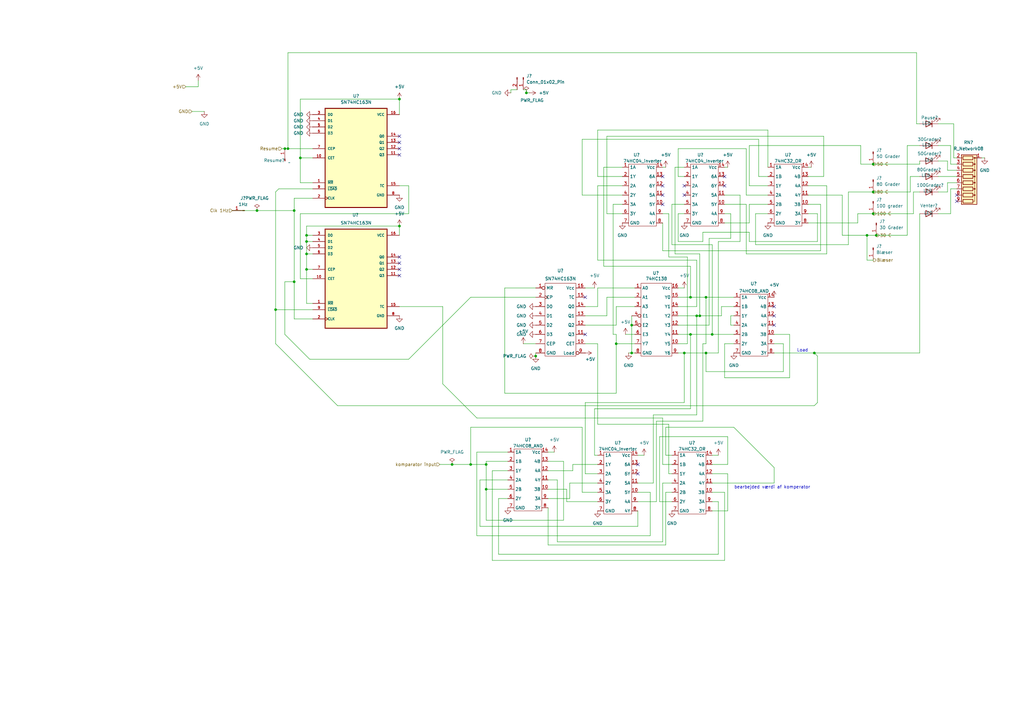
<source format=kicad_sch>
(kicad_sch (version 20231120) (generator "eeschema") (generator_version "8.0")
  (paper "A3")
  (lib_symbols
    (symbol "74HC04:74HC04"
      (property "Reference" "74HC04" (at 2.032 -2.032 0))
      (symbol "74HC04_1_1"
        (pin input line (at -6.35 -5.08 0) (length 2.54) (name "1A") (number "1"))
        (pin output line (at 10.16 -20.32 180) (length 2.54) (name "5Y") (number "10"))
        (pin input line (at 10.16 -16.51 180) (length 2.54) (name "5A") (number "11"))
        (pin output line (at 10.16 -12.7 180) (length 2.54) (name "6Y") (number "12"))
        (pin input line (at 10.16 -8.89 180) (length 2.54) (name "6A") (number "13"))
        (pin power_in line (at 10.16 -5.08 180) (length 2.54) (name "Vcc") (number "14"))
        (pin output line (at -6.35 -8.89 0) (length 2.54) (name "1Y") (number "2"))
        (pin input line (at -6.35 -12.7 0) (length 2.54) (name "2A") (number "3"))
        (pin output line (at -6.35 -16.51 0) (length 2.54) (name "2Y") (number "4"))
        (pin input line (at -6.35 -20.32 0) (length 2.54) (name "3A") (number "5"))
        (pin output line (at -6.35 -24.13 0) (length 2.54) (name "3Y") (number "6"))
        (pin passive line (at -6.35 -27.94 0) (length 2.54) (name "GND") (number "7"))
        (pin output line (at 10.16 -27.94 180) (length 2.54) (name "4Y") (number "8"))
        (pin input line (at 10.16 -24.13 180) (length 2.54) (name "4A") (number "9"))
      )
    )
    (symbol "74HC04:74HC138"
      (property "Reference" "74HC138" (at 1.27 -1.524 0))
      (symbol "74HC138_1_1"
        (pin input line (at -7.62 -5.08 0) (length 2.54) (name "A0") (number "1"))
        (pin output line (at 10.16 -27.94 180) (length 2.54) (name "Y5") (number "10"))
        (pin output line (at 10.16 -24.13 180) (length 2.54) (name "Y4") (number "11"))
        (pin output line (at 10.16 -20.32 180) (length 2.54) (name "Y3") (number "12"))
        (pin output line (at 10.16 -16.51 180) (length 2.54) (name "Y2") (number "13"))
        (pin output line (at 10.16 -12.7 180) (length 2.54) (name "Y1") (number "14"))
        (pin output line (at 10.16 -8.89 180) (length 2.54) (name "Y0") (number "15"))
        (pin power_in line (at 10.16 -5.08 180) (length 2.54) (name "Vcc") (number "16"))
        (pin input line (at -7.62 -8.89 0) (length 2.54) (name "A1") (number "2"))
        (pin input line (at -7.62 -12.7 0) (length 2.54) (name "A3") (number "3"))
        (pin input inverted (at -8.89 -16.51 0) (length 3.81) (name "E1") (number "4"))
        (pin input inverted (at -8.89 -20.32 0) (length 3.81) (name "E2") (number "5"))
        (pin input line (at -7.62 -24.13 0) (length 2.54) (name "E3") (number "6"))
        (pin output line (at -7.62 -27.94 0) (length 2.54) (name "Y7") (number "7"))
        (pin input line (at -7.62 -31.75 0) (length 2.54) (name "GND") (number "8"))
        (pin output line (at 10.16 -31.75 180) (length 2.54) (name "Y6") (number "9"))
      )
    )
    (symbol "74HC04:74HC163_Counter"
      (property "Reference" "74HC163" (at 1.27 0 0))
      (property "Value" "~" (at 1.27 -1.27 0))
      (symbol "74HC163_Counter_1_1"
        (pin input inverted (at -8.89 -5.08 0) (length 3.81) (name "MR") (number "1"))
        (pin input line (at 11.43 -27.94 180) (length 3.81) (name "CET") (number "10"))
        (pin output line (at 11.43 -24.13 180) (length 3.81) (name "Q3") (number "11"))
        (pin output line (at 11.43 -20.32 180) (length 3.81) (name "Q2") (number "12"))
        (pin output line (at 11.43 -16.51 180) (length 3.81) (name "Q1") (number "13"))
        (pin output line (at 11.43 -12.7 180) (length 3.81) (name "Q0") (number "14"))
        (pin output line (at 11.43 -8.89 180) (length 3.81) (name "TC") (number "15"))
        (pin power_in line (at 11.43 -5.08 180) (length 3.81) (name "Vcc") (number "16"))
        (pin input clock (at -8.89 -8.89 0) (length 3.81) (name "CP") (number "2"))
        (pin input line (at -8.89 -12.7 0) (length 3.81) (name "D0") (number "3"))
        (pin input line (at -8.89 -16.51 0) (length 3.81) (name "D1") (number "4"))
        (pin input line (at -8.89 -20.32 0) (length 3.81) (name "D2") (number "5"))
        (pin input line (at -8.89 -24.13 0) (length 3.81) (name "D3") (number "6"))
        (pin input line (at -8.89 -27.94 0) (length 3.81) (name "CEP") (number "7"))
        (pin passive line (at -8.89 -31.75 0) (length 3.81) (name "GND") (number "8"))
        (pin input inverted (at 11.43 -31.75 180) (length 3.81) (name "Load") (number "9"))
      )
    )
    (symbol "74HC04:74HC32"
      (property "Reference" "74HC32" (at -0.762 -1.016 0))
      (symbol "74HC32_1_1"
        (pin input line (at -8.89 -3.81 0) (length 2.54) (name "1A") (number "1"))
        (pin input line (at 7.62 -19.05 180) (length 2.54) (name "3B") (number "10"))
        (pin output line (at 7.62 -15.24 180) (length 2.54) (name "4Y") (number "11"))
        (pin input line (at 7.62 -11.43 180) (length 2.54) (name "4A") (number "12"))
        (pin input line (at 7.62 -7.62 180) (length 2.54) (name "4B") (number "13"))
        (pin power_in line (at 7.62 -3.81 180) (length 2.54) (name "Vcc") (number "14"))
        (pin input line (at -8.89 -7.62 0) (length 2.54) (name "1B") (number "2"))
        (pin output line (at -8.89 -11.43 0) (length 2.54) (name "1Y") (number "3"))
        (pin input line (at -8.89 -15.24 0) (length 2.54) (name "2A") (number "4"))
        (pin input line (at -8.89 -19.05 0) (length 2.54) (name "2B") (number "5"))
        (pin output line (at -8.89 -22.86 0) (length 2.54) (name "2Y") (number "6"))
        (pin input line (at -8.89 -26.67 0) (length 2.54) (name "GND") (number "7"))
        (pin output line (at 7.62 -26.67 180) (length 2.54) (name "3Y") (number "8"))
        (pin input line (at 7.62 -22.86 180) (length 2.54) (name "3A") (number "9"))
      )
    )
    (symbol "Connector:Conn_01x01_Pin" (pin_names (offset 1.016) hide)
      (property "Reference" "J" (at 0 2.54 0))
      (property "Value" "Conn_01x01_Pin" (at 0 -2.54 0))
      (symbol "Conn_01x01_Pin_1_1"
        (pin passive line (at 5.08 0 180) (length 3.81) (name "Pin_1") (number "1"))
      )
    )
    (symbol "Connector:Conn_01x02_Pin" (pin_names (offset 1.016) hide)
      (property "Reference" "J" (at 0 2.54 0))
      (property "Value" "Conn_01x02_Pin" (at 0 -5.08 0))
      (symbol "Conn_01x02_Pin_1_1"
        (pin passive line (at 5.08 0 180) (length 3.81) (name "Pin_1") (number "1"))
        (pin passive line (at 5.08 -2.54 180) (length 3.81) (name "Pin_2") (number "2"))
      )
    )
    (symbol "Device:LED" (pin_numbers hide) (pin_names (offset 1.016) hide)
      (property "Reference" "D" (at 0 2.54 0))
      (property "Value" "LED" (at 0 -2.54 0))
      (symbol "LED_1_1"
        (pin passive line (at -3.81 0 0) (length 2.54) (name "K") (number "1"))
        (pin passive line (at 3.81 0 180) (length 2.54) (name "A") (number "2"))
      )
    )
    (symbol "Device:R_Network08" (pin_names (offset 0) hide)
      (property "Reference" "RN" (at -12.7 0 90))
      (property "Value" "R_Network08" (at 10.16 0 90))
      (symbol "R_Network08_1_1"
        (pin passive line (at -10.16 5.08 270) (length 2.54) (name "common") (number "1"))
        (pin passive line (at -10.16 -5.08 90) (length 1.27) (name "R1") (number "2"))
        (pin passive line (at -7.62 -5.08 90) (length 1.27) (name "R2") (number "3"))
        (pin passive line (at -5.08 -5.08 90) (length 1.27) (name "R3") (number "4"))
        (pin passive line (at -2.54 -5.08 90) (length 1.27) (name "R4") (number "5"))
        (pin passive line (at 0 -5.08 90) (length 1.27) (name "R5") (number "6"))
        (pin passive line (at 2.54 -5.08 90) (length 1.27) (name "R6") (number "7"))
        (pin passive line (at 5.08 -5.08 90) (length 1.27) (name "R7") (number "8"))
        (pin passive line (at 7.62 -5.08 90) (length 1.27) (name "R8") (number "9"))
      )
    )
    (symbol "SN74HC163N:SN74HC163N" (pin_names (offset 1.016))
      (property "Reference" "U" (at -12.7 21.32 0))
      (property "Value" "SN74HC163N" (at -12.7 -24.32 0))
      (symbol "SN74HC163N_0_0"
        (pin power_in line (at 17.78 17.78 180) (length 5.08) (name "VCC") (number "16"))
        (pin input clock (at -17.78 -16.51 0) (length 5.08) (name "CLK") (number "2"))
        (pin power_in line (at 17.78 -15.24 180) (length 5.08) (name "GND") (number "8"))
        (pin input line (at -17.78 -12.7 0) (length 5.08) (name "~{LOAD}") (number "9"))
      )
      (symbol "SN74HC163N_1_0"
        (pin input line (at -17.78 -10.16 0) (length 5.08) (name "~{MR}") (number "1"))
        (pin input line (at -17.78 0 0) (length 5.08) (name "CET") (number "10"))
        (pin output line (at 17.78 1.27 180) (length 5.08) (name "Q3") (number "11"))
        (pin output line (at 17.78 3.81 180) (length 5.08) (name "Q2") (number "12"))
        (pin output line (at 17.78 6.35 180) (length 5.08) (name "Q1") (number "13"))
        (pin output line (at 17.78 8.89 180) (length 5.08) (name "Q0") (number "14"))
        (pin output line (at 17.78 -11.43 180) (length 5.08) (name "TC") (number "15"))
        (pin input line (at -17.78 17.78 0) (length 5.08) (name "D0") (number "3"))
        (pin input line (at -17.78 15.24 0) (length 5.08) (name "D1") (number "4"))
        (pin input line (at -17.78 12.7 0) (length 5.08) (name "D2") (number "5"))
        (pin input line (at -17.78 10.16 0) (length 5.08) (name "D3") (number "6"))
        (pin input line (at -17.78 3.81 0) (length 5.08) (name "CEP") (number "7"))
      )
    )
    (symbol "SN74HC163N_1" (pin_names (offset 1.016))
      (property "Reference" "U" (at -12.7 21.32 0))
      (property "Value" "SN74HC163N" (at -12.7 -24.32 0))
      (symbol "SN74HC163N_1_0_0"
        (pin power_in line (at 17.78 17.78 180) (length 5.08) (name "VCC") (number "16"))
        (pin input clock (at -17.78 -16.51 0) (length 5.08) (name "CLK") (number "2"))
        (pin power_in line (at 17.78 -15.24 180) (length 5.08) (name "GND") (number "8"))
        (pin input line (at -17.78 -12.7 0) (length 5.08) (name "~{LOAD}") (number "9"))
      )
      (symbol "SN74HC163N_1_1_0"
        (pin input line (at -17.78 -10.16 0) (length 5.08) (name "~{MR}") (number "1"))
        (pin input line (at -17.78 0 0) (length 5.08) (name "CET") (number "10"))
        (pin output line (at 17.78 1.27 180) (length 5.08) (name "Q3") (number "11"))
        (pin output line (at 17.78 3.81 180) (length 5.08) (name "Q2") (number "12"))
        (pin output line (at 17.78 6.35 180) (length 5.08) (name "Q1") (number "13"))
        (pin output line (at 17.78 8.89 180) (length 5.08) (name "Q0") (number "14"))
        (pin output line (at 17.78 -11.43 180) (length 5.08) (name "TC") (number "15"))
        (pin input line (at -17.78 17.78 0) (length 5.08) (name "D0") (number "3"))
        (pin input line (at -17.78 15.24 0) (length 5.08) (name "D1") (number "4"))
        (pin input line (at -17.78 12.7 0) (length 5.08) (name "D2") (number "5"))
        (pin input line (at -17.78 10.16 0) (length 5.08) (name "D3") (number "6"))
        (pin input line (at -17.78 3.81 0) (length 5.08) (name "CEP") (number "7"))
      )
    )
    (symbol "power:+5V" (power) (pin_numbers hide) (pin_names (offset 0) hide)
      (property "Value" "+5V" (at 0 3.556 0))
      (symbol "+5V_1_1"
        (pin power_in line (at 0 0 90) (length 0) (name "~") (number "1"))
      )
    )
    (symbol "power:GND" (power) (pin_numbers hide) (pin_names (offset 0) hide)
      (property "Value" "GND" (at 0 -3.81 0))
      (symbol "GND_1_1"
        (pin power_in line (at 0 0 270) (length 0) (name "~") (number "1"))
      )
    )
    (symbol "power:PWR_FLAG" (power) (pin_numbers hide) (pin_names (offset 0) hide)
      (property "Value" "PWR_FLAG" (at 0 3.81 0))
      (symbol "PWR_FLAG_0_0"
        (pin power_out line (at 0 0 90) (length 0) (name "~") (number "1"))
      )
    )
  )
  (junction (at 120.65 115.57))
  (junction (at 215.9 38.1))
  (junction (at 358.14 78.74))
  (junction (at 292.1 137.16))
  (junction (at 283.21 137.16))
  (junction (at 118.11 60.96))
  (junction (at 199.39 190.5))
  (junction (at 259.08 133.35))
  (junction (at 334.01 144.78))
  (junction (at 283.21 121.92))
  (junction (at 163.83 92.71))
  (junction (at 252.73 140.97))
  (junction (at 116.84 60.96))
  (junction (at 285.75 129.54))
  (junction (at 219.71 146.05))
  (junction (at 355.6 96.52))
  (junction (at 125.73 110.49))
  (junction (at 358.14 87.63))
  (junction (at 199.39 200.66))
  (junction (at 125.73 99.06))
  (junction (at 125.73 96.52))
  (junction (at 105.41 86.36))
  (junction (at 120.65 86.36))
  (junction (at 259.08 144.78))
  (junction (at 280.67 144.78))
  (junction (at 185.42 190.5))
  (junction (at 359.41 96.52))
  (junction (at 163.83 40.64))
  (junction (at 287.02 129.54))
  (junction (at 125.73 104.14))
  (junction (at 358.14 67.31))
  (junction (at 193.04 190.5))
  (junction (at 113.03 127))
  (junction (at 289.56 144.78))
  (junction (at 289.56 121.92))
  (junction (at 123.19 64.77))
  (no_connect (at 163.83 55.88))
  (no_connect (at 163.83 63.5))
  (no_connect (at 297.18 76.2))
  (no_connect (at 163.83 60.96))
  (no_connect (at 317.5 125.73))
  (no_connect (at 261.62 194.31))
  (no_connect (at 163.83 110.49))
  (no_connect (at 261.62 190.5))
  (no_connect (at 297.18 72.39))
  (no_connect (at 271.78 72.39))
  (no_connect (at 163.83 107.95))
  (no_connect (at 271.78 83.82))
  (no_connect (at 163.83 113.03))
  (no_connect (at 392.43 82.55))
  (no_connect (at 271.78 80.01))
  (no_connect (at 240.03 137.16))
  (no_connect (at 163.83 58.42))
  (no_connect (at 280.67 76.2))
  (no_connect (at 240.03 121.92))
  (no_connect (at 317.5 129.54))
  (no_connect (at 392.43 80.01))
  (no_connect (at 280.67 80.01))
  (no_connect (at 317.5 133.35))
  (no_connect (at 163.83 105.41))
  (no_connect (at 271.78 76.2))
  (wire (pts (xy 294.64 227.33) (xy 294.64 205.74)))
  (wire (pts (xy 245.11 140.97) (xy 240.03 140.97)))
  (wire (pts (xy 297.18 229.87) (xy 297.18 201.93)))
  (wire (pts (xy 252.73 140.97) (xy 252.73 137.16)))
  (wire (pts (xy 138.43 166.37) (xy 334.01 166.37)))
  (wire (pts (xy 271.78 171.45) (xy 195.58 171.45)))
  (wire (pts (xy 351.79 87.63) (xy 358.14 87.63)))
  (wire (pts (xy 113.03 78.74) (xy 113.03 127)))
  (wire (pts (xy 123.19 114.3) (xy 128.27 114.3)))
  (wire (pts (xy 245.11 118.11) (xy 260.35 118.11)))
  (wire (pts (xy 306.07 104.14) (xy 339.09 104.14)))
  (wire (pts (xy 289.56 121.92) (xy 289.56 140.97)))
  (wire (pts (xy 245.11 72.39) (xy 245.11 53.34)))
  (wire (pts (xy 224.79 189.23) (xy 231.14 189.23)))
  (wire (pts (xy 243.84 186.69) (xy 245.11 186.69)))
  (wire (pts (xy 384.81 72.39) (xy 392.43 72.39)))
  (wire (pts (xy 261.62 209.55) (xy 261.62 215.9)))
  (wire (pts (xy 252.73 125.73) (xy 260.35 125.73)))
  (wire (pts (xy 317.5 144.78) (xy 334.01 144.78)))
  (wire (pts (xy 238.76 57.15) (xy 311.15 57.15)))
  (wire (pts (xy 314.96 53.34) (xy 314.96 68.58)))
  (wire (pts (xy 81.28 33.02) (xy 81.28 35.56)))
  (wire (pts (xy 125.73 96.52) (xy 125.73 99.06)))
  (wire (pts (xy 294.64 144.78) (xy 294.64 99.06)))
  (wire (pts (xy 372.11 59.69) (xy 377.19 59.69)))
  (wire (pts (xy 297.18 83.82) (xy 306.07 83.82)))
  (wire (pts (xy 287.02 129.54) (xy 285.75 129.54)))
  (wire (pts (xy 113.03 140.97) (xy 138.43 166.37)))
  (wire (pts (xy 297.18 91.44) (xy 307.34 91.44)))
  (wire (pts (xy 317.5 191.77) (xy 317.5 198.12)))
  (wire (pts (xy 298.45 179.07) (xy 298.45 190.5)))
  (wire (pts (xy 278.13 144.78) (xy 280.67 144.78)))
  (wire (pts (xy 321.31 152.4) (xy 321.31 140.97)))
  (wire (pts (xy 259.08 129.54) (xy 259.08 133.35)))
  (wire (pts (xy 288.29 95.25) (xy 307.34 95.25)))
  (wire (pts (xy 384.81 66.04) (xy 388.62 66.04)))
  (wire (pts (xy 299.72 97.79) (xy 299.72 87.63)))
  (wire (pts (xy 196.85 215.9) (xy 196.85 196.85)))
  (wire (pts (xy 292.1 209.55) (xy 298.45 209.55)))
  (wire (pts (xy 278.13 140.97) (xy 281.94 140.97)))
  (wire (pts (xy 335.28 87.63) (xy 331.47 87.63)))
  (wire (pts (xy 290.83 133.35) (xy 290.83 97.79)))
  (wire (pts (xy 238.76 80.01) (xy 238.76 57.15)))
  (wire (pts (xy 120.65 86.36) (xy 120.65 115.57)))
  (wire (pts (xy 274.32 194.31) (xy 274.32 173.99)))
  (wire (pts (xy 247.65 109.22) (xy 247.65 68.58)))
  (wire (pts (xy 273.05 175.26) (xy 273.05 186.69)))
  (wire (pts (xy 336.55 102.87) (xy 336.55 83.82)))
  (wire (pts (xy 274.32 105.41) (xy 274.32 87.63)))
  (wire (pts (xy 280.67 144.78) (xy 289.56 144.78)))
  (wire (pts (xy 280.67 87.63) (xy 278.13 87.63)))
  (wire (pts (xy 288.29 172.72) (xy 269.24 172.72)))
  (wire (pts (xy 334.01 166.37) (xy 335.28 165.1)))
  (wire (pts (xy 307.34 83.82) (xy 314.96 83.82)))
  (wire (pts (xy 317.5 191.77) (xy 300.99 175.26)))
  (wire (pts (xy 359.41 96.52) (xy 372.11 96.52)))
  (wire (pts (xy 248.92 87.63) (xy 248.92 55.88)))
  (wire (pts (xy 289.56 144.78) (xy 289.56 152.4)))
  (wire (pts (xy 299.72 87.63) (xy 297.18 87.63)))
  (wire (pts (xy 389.89 59.69) (xy 389.89 67.31)))
  (wire (pts (xy 231.14 213.36) (xy 199.39 213.36)))
  (wire (pts (xy 384.81 87.63) (xy 389.89 87.63)))
  (wire (pts (xy 283.21 167.64) (xy 243.84 167.64)))
  (wire (pts (xy 116.84 115.57) (xy 116.84 137.16)))
  (wire (pts (xy 275.59 83.82) (xy 280.67 83.82)))
  (wire (pts (xy 228.6 222.25) (xy 271.78 222.25)))
  (wire (pts (xy 228.6 196.85) (xy 228.6 222.25)))
  (wire (pts (xy 123.19 40.64) (xy 163.83 40.64)))
  (wire (pts (xy 285.75 129.54) (xy 278.13 129.54)))
  (wire (pts (xy 271.78 190.5) (xy 275.59 190.5)))
  (wire (pts (xy 255.27 80.01) (xy 238.76 80.01)))
  (wire (pts (xy 231.14 189.23) (xy 231.14 213.36)))
  (wire (pts (xy 275.59 205.74) (xy 270.51 205.74)))
  (wire (pts (xy 332.74 68.58) (xy 331.47 68.58)))
  (wire (pts (xy 278.13 72.39) (xy 278.13 60.96)))
  (wire (pts (xy 125.73 104.14) (xy 125.73 110.49)))
  (wire (pts (xy 295.91 129.54) (xy 287.02 129.54)))
  (wire (pts (xy 209.55 38.1) (xy 209.55 36.83)))
  (wire (pts (xy 240.03 125.73) (xy 245.11 125.73)))
  (wire (pts (xy 234.95 190.5) (xy 234.95 193.04)))
  (wire (pts (xy 403.86 64.77) (xy 402.59 64.77)))
  (wire (pts (xy 181.61 125.73) (xy 181.61 157.48)))
  (wire (pts (xy 375.92 21.59) (xy 375.92 50.8)))
  (wire (pts (xy 114.3 77.47) (xy 113.03 78.74)))
  (wire (pts (xy 292.1 100.33) (xy 275.59 100.33)))
  (wire (pts (xy 303.53 80.01) (xy 297.18 80.01)))
  (wire (pts (xy 209.55 36.83) (xy 212.09 36.83)))
  (wire (pts (xy 300.99 175.26) (xy 273.05 175.26)))
  (wire (pts (xy 391.16 64.77) (xy 392.43 64.77)))
  (wire (pts (xy 118.11 60.96) (xy 118.11 21.59)))
  (wire (pts (xy 215.9 36.83) (xy 214.63 36.83)))
  (wire (pts (xy 224.79 208.28) (xy 224.79 223.52)))
  (wire (pts (xy 199.39 213.36) (xy 199.39 200.66)))
  (wire (pts (xy 266.7 201.93) (xy 266.7 219.71)))
  (wire (pts (xy 201.93 193.04) (xy 201.93 229.87)))
  (wire (pts (xy 389.89 77.47) (xy 392.43 77.47)))
  (wire (pts (xy 113.03 127) (xy 128.27 127)))
  (wire (pts (xy 297.18 201.93) (xy 292.1 201.93)))
  (wire (pts (xy 204.47 227.33) (xy 294.64 227.33)))
  (wire (pts (xy 337.82 55.88) (xy 337.82 72.39)))
  (wire (pts (xy 292.1 137.16) (xy 292.1 100.33)))
  (wire (pts (xy 309.88 100.33) (xy 347.98 100.33)))
  (wire (pts (xy 128.27 64.77) (xy 123.19 64.77)))
  (wire (pts (xy 118.11 21.59) (xy 375.92 21.59)))
  (wire (pts (xy 275.59 194.31) (xy 274.32 194.31)))
  (wire (pts (xy 259.08 133.35) (xy 259.08 144.78)))
  (wire (pts (xy 358.14 67.31) (xy 377.19 67.31)))
  (wire (pts (xy 270.51 205.74) (xy 270.51 179.07)))
  (wire (pts (xy 207.01 161.29) (xy 207.01 118.11)))
  (wire (pts (xy 120.65 81.28) (xy 128.27 81.28)))
  (wire (pts (xy 281.94 140.97) (xy 281.94 105.41)))
  (wire (pts (xy 195.58 219.71) (xy 195.58 185.42)))
  (wire (pts (xy 259.08 144.78) (xy 260.35 144.78)))
  (wire (pts (xy 215.9 38.1) (xy 215.9 36.83)))
  (wire (pts (xy 331.47 80.01) (xy 345.44 80.01)))
  (wire (pts (xy 388.62 66.04) (xy 388.62 69.85)))
  (wire (pts (xy 125.73 110.49) (xy 125.73 124.46)))
  (wire (pts (xy 298.45 194.31) (xy 292.1 194.31)))
  (wire (pts (xy 297.18 140.97) (xy 297.18 154.94)))
  (wire (pts (xy 204.47 204.47) (xy 204.47 227.33)))
  (wire (pts (xy 298.45 190.5) (xy 292.1 190.5)))
  (wire (pts (xy 298.45 68.58) (xy 297.18 68.58)))
  (wire (pts (xy 307.34 95.25) (xy 307.34 99.06)))
  (wire (pts (xy 278.13 133.35) (xy 290.83 133.35)))
  (wire (pts (xy 294.64 186.69) (xy 292.1 186.69)))
  (wire (pts (xy 252.73 137.16) (xy 251.46 137.16)))
  (wire (pts (xy 347.98 78.74) (xy 358.14 78.74)))
  (wire (pts (xy 207.01 118.11) (xy 219.71 118.11)))
  (wire (pts (xy 289.56 144.78) (xy 294.64 144.78)))
  (wire (pts (xy 128.27 77.47) (xy 114.3 77.47)))
  (wire (pts (xy 193.04 121.92) (xy 167.64 147.32)))
  (wire (pts (xy 240.03 133.35) (xy 252.73 133.35)))
  (wire (pts (xy 306.07 80.01) (xy 314.96 80.01)))
  (wire (pts (xy 292.1 137.16) (xy 300.99 137.16)))
  (wire (pts (xy 118.11 60.96) (xy 128.27 60.96)))
  (wire (pts (xy 251.46 83.82) (xy 255.27 83.82)))
  (wire (pts (xy 275.59 100.33) (xy 275.59 83.82)))
  (wire (pts (xy 388.62 69.85) (xy 392.43 69.85)))
  (wire (pts (xy 240.03 165.1) (xy 240.03 194.31)))
  (wire (pts (xy 125.73 99.06) (xy 128.27 99.06)))
  (wire (pts (xy 287.02 104.14) (xy 276.86 104.14)))
  (wire (pts (xy 307.34 99.06) (xy 335.28 99.06)))
  (wire (pts (xy 276.86 104.14) (xy 276.86 68.58)))
  (wire (pts (xy 311.15 72.39) (xy 314.96 72.39)))
  (wire (pts (xy 120.65 130.81) (xy 128.27 130.81)))
  (wire (pts (xy 227.33 185.42) (xy 224.79 185.42)))
  (wire (pts (xy 288.29 140.97) (xy 288.29 172.72)))
  (wire (pts (xy 208.28 204.47) (xy 204.47 204.47)))
  (wire (pts (xy 355.6 96.52) (xy 359.41 96.52)))
  (wire (pts (xy 276.86 68.58) (xy 280.67 68.58)))
  (wire (pts (xy 372.11 96.52) (xy 372.11 59.69)))
  (wire (pts (xy 245.11 190.5) (xy 234.95 190.5)))
  (wire (pts (xy 113.03 127) (xy 113.03 140.97)))
  (wire (pts (xy 120.65 81.28) (xy 120.65 86.36)))
  (wire (pts (xy 278.13 137.16) (xy 283.21 137.16)))
  (wire (pts (xy 261.62 215.9) (xy 196.85 215.9)))
  (wire (pts (xy 323.85 154.94) (xy 323.85 137.16)))
  (wire (pts (xy 335.28 165.1) (xy 335.28 146.05)))
  (wire (pts (xy 285.75 129.54) (xy 285.75 170.18)))
  (wire (pts (xy 120.65 115.57) (xy 120.65 130.81)))
  (wire (pts (xy 243.84 167.64) (xy 243.84 186.69)))
  (wire (pts (xy 264.16 186.69) (xy 261.62 186.69)))
  (wire (pts (xy 238.76 201.93) (xy 245.11 201.93)))
  (wire (pts (xy 195.58 185.42) (xy 208.28 185.42)))
  (wire (pts (xy 307.34 59.69) (xy 353.06 59.69)))
  (wire (pts (xy 273.05 201.93) (xy 275.59 201.93)))
  (wire (pts (xy 214.63 140.97) (xy 219.71 140.97)))
  (wire (pts (xy 123.19 40.64) (xy 123.19 64.77)))
  (wire (pts (xy 388.62 78.74) (xy 388.62 74.93)))
  (wire (pts (xy 252.73 125.73) (xy 252.73 133.35)))
  (wire (pts (xy 261.62 201.93) (xy 266.7 201.93)))
  (wire (pts (xy 201.93 229.87) (xy 297.18 229.87)))
  (wire (pts (xy 297.18 154.94) (xy 323.85 154.94)))
  (wire (pts (xy 300.99 129.54) (xy 299.72 129.54)))
  (wire (pts (xy 278.13 60.96) (xy 306.07 60.96)))
  (wire (pts (xy 321.31 140.97) (xy 317.5 140.97)))
  (wire (pts (xy 255.27 87.63) (xy 248.92 87.63)))
  (wire (pts (xy 295.91 125.73) (xy 295.91 129.54)))
  (wire (pts (xy 353.06 67.31) (xy 358.14 67.31)))
  (wire (pts (xy 116.84 115.57) (xy 120.65 115.57)))
  (wire (pts (xy 248.92 129.54) (xy 248.92 121.92)))
  (wire (pts (xy 219.71 144.78) (xy 219.71 146.05)))
  (wire (pts (xy 233.68 204.47) (xy 224.79 204.47)))
  (wire (pts (xy 377.19 67.31) (xy 377.19 66.04)))
  (wire (pts (xy 267.97 198.12) (xy 261.62 198.12)))
  (wire (pts (xy 285.75 106.68) (xy 245.11 106.68)))
  (wire (pts (xy 127 147.32) (xy 116.84 137.16)))
  (wire (pts (xy 271.78 222.25) (xy 271.78 198.12)))
  (wire (pts (xy 208.28 200.66) (xy 199.39 200.66)))
  (wire (pts (xy 299.72 129.54) (xy 299.72 133.35)))
  (wire (pts (xy 283.21 137.16) (xy 283.21 167.64)))
  (wire (pts (xy 389.89 87.63) (xy 389.89 77.47)))
  (wire (pts (xy 292.1 198.12) (xy 317.5 198.12)))
  (wire (pts (xy 339.09 76.2) (xy 331.47 76.2)))
  (wire (pts (xy 193.04 190.5) (xy 193.04 175.26)))
  (wire (pts (xy 358.14 78.74) (xy 373.38 78.74)))
  (wire (pts (xy 388.62 74.93) (xy 392.43 74.93)))
  (wire (pts (xy 255.27 72.39) (xy 245.11 72.39)))
  (wire (pts (xy 287.02 129.54) (xy 287.02 104.14)))
  (wire (pts (xy 270.51 179.07) (xy 298.45 179.07)))
  (wire (pts (xy 335.28 146.05) (xy 334.01 144.78)))
  (wire (pts (xy 355.6 96.52) (xy 355.6 106.68)))
  (wire (pts (xy 283.21 109.22) (xy 247.65 109.22)))
  (wire (pts (xy 289.56 140.97) (xy 288.29 140.97)))
  (wire (pts (xy 377.19 87.63) (xy 377.19 144.78)))
  (wire (pts (xy 128.27 124.46) (xy 125.73 124.46)))
  (wire (pts (xy 288.29 99.06) (xy 288.29 95.25)))
  (wire (pts (xy 271.78 102.87) (xy 336.55 102.87)))
  (wire (pts (xy 123.19 74.93) (xy 128.27 74.93)))
  (wire (pts (xy 384.81 78.74) (xy 388.62 78.74)))
  (wire (pts (xy 185.42 190.5) (xy 193.04 190.5)))
  (wire (pts (xy 123.19 74.93) (xy 123.19 64.77)))
  (wire (pts (xy 248.92 121.92) (xy 260.35 121.92)))
  (wire (pts (xy 269.24 172.72) (xy 269.24 205.74)))
  (wire (pts (xy 391.16 50.8) (xy 391.16 64.77)))
  (wire (pts (xy 377.19 144.78) (xy 334.01 144.78)))
  (wire (pts (xy 374.65 87.63) (xy 374.65 78.74)))
  (wire (pts (xy 125.73 110.49) (xy 128.27 110.49)))
  (wire (pts (xy 347.98 100.33) (xy 347.98 78.74)))
  (wire (pts (xy 273.05 186.69) (xy 275.59 186.69)))
  (wire (pts (xy 248.92 55.88) (xy 337.82 55.88)))
  (wire (pts (xy 280.67 72.39) (xy 278.13 72.39)))
  (wire (pts (xy 234.95 193.04) (xy 224.79 193.04)))
  (wire (pts (xy 271.78 171.45) (xy 271.78 190.5)))
  (wire (pts (xy 245.11 76.2) (xy 255.27 76.2)))
  (wire (pts (xy 294.64 99.06) (xy 303.53 99.06)))
  (wire (pts (xy 123.19 87.63) (xy 167.64 87.63)))
  (wire (pts (xy 307.34 91.44) (xy 307.34 83.82)))
  (wire (pts (xy 251.46 137.16) (xy 251.46 83.82)))
  (wire (pts (xy 331.47 91.44) (xy 351.79 91.44)))
  (wire (pts (xy 339.09 104.14) (xy 339.09 76.2)))
  (wire (pts (xy 193.04 190.5) (xy 199.39 190.5)))
  (wire (pts (xy 266.7 219.71) (xy 195.58 219.71)))
  (wire (pts (xy 278.13 121.92) (xy 283.21 121.92)))
  (wire (pts (xy 240.03 129.54) (xy 248.92 129.54)))
  (wire (pts (xy 307.34 76.2) (xy 307.34 59.69)))
  (wire (pts (xy 199.39 190.5) (xy 199.39 189.23)))
  (wire (pts (xy 373.38 72.39) (xy 377.19 72.39)))
  (wire (pts (xy 167.64 87.63) (xy 167.64 76.2)))
  (wire (pts (xy 285.75 125.73) (xy 285.75 106.68)))
  (wire (pts (xy 125.73 104.14) (xy 128.27 104.14)))
  (wire (pts (xy 306.07 83.82) (xy 306.07 104.14)))
  (wire (pts (xy 274.32 173.99) (xy 245.11 173.99)))
  (wire (pts (xy 353.06 59.69) (xy 353.06 67.31)))
  (wire (pts (xy 267.97 170.18) (xy 267.97 198.12)))
  (wire (pts (xy 298.45 209.55) (xy 298.45 194.31)))
  (wire (pts (xy 193.04 175.26) (xy 238.76 175.26)))
  (wire (pts (xy 280.67 165.1) (xy 240.03 165.1)))
  (wire (pts (xy 375.92 50.8) (xy 377.19 50.8)))
  (wire (pts (xy 243.84 118.11) (xy 240.03 118.11)))
  (wire (pts (xy 274.32 87.63) (xy 271.78 87.63)))
  (wire (pts (xy 299.72 133.35) (xy 300.99 133.35)))
  (wire (pts (xy 256.54 137.16) (xy 260.35 137.16)))
  (wire (pts (xy 245.11 198.12) (xy 233.68 198.12)))
  (wire (pts (xy 257.81 144.78) (xy 259.08 144.78)))
  (wire (pts (xy 115.57 60.96) (xy 116.84 60.96)))
  (wire (pts (xy 303.53 99.06) (xy 303.53 80.01)))
  (wire (pts (xy 180.34 190.5) (xy 185.42 190.5)))
  (wire (pts (xy 389.89 67.31) (xy 392.43 67.31)))
  (wire (pts (xy 232.41 200.66) (xy 224.79 200.66)))
  (wire (pts (xy 306.07 60.96) (xy 306.07 80.01)))
  (wire (pts (xy 345.44 80.01) (xy 345.44 96.52)))
  (wire (pts (xy 289.56 121.92) (xy 300.99 121.92)))
  (wire (pts (xy 116.84 60.96) (xy 118.11 60.96)))
  (wire (pts (xy 309.88 87.63) (xy 309.88 100.33)))
  (wire (pts (xy 290.83 97.79) (xy 299.72 97.79)))
  (wire (pts (xy 278.13 87.63) (xy 278.13 99.06)))
  (wire (pts (xy 245.11 53.34) (xy 314.96 53.34)))
  (wire (pts (xy 280.67 144.78) (xy 280.67 165.1)))
  (wire (pts (xy 163.83 40.64) (xy 163.83 46.99)))
  (wire (pts (xy 217.17 38.1) (xy 215.9 38.1)))
  (wire (pts (xy 199.39 189.23) (xy 208.28 189.23)))
  (wire (pts (xy 281.94 105.41) (xy 274.32 105.41)))
  (wire (pts (xy 295.91 125.73) (xy 300.99 125.73)))
  (wire (pts (xy 345.44 96.52) (xy 355.6 96.52)))
  (wire (pts (xy 252.73 140.97) (xy 252.73 161.29)))
  (wire (pts (xy 163.83 125.73) (xy 181.61 125.73)))
  (wire (pts (xy 289.56 152.4) (xy 321.31 152.4)))
  (wire (pts (xy 273.05 68.58) (xy 271.78 68.58)))
  (wire (pts (xy 273.05 223.52) (xy 273.05 201.93)))
  (wire (pts (xy 233.68 198.12) (xy 233.68 204.47)))
  (wire (pts (xy 247.65 68.58) (xy 255.27 68.58)))
  (wire (pts (xy 240.03 194.31) (xy 245.11 194.31)))
  (wire (pts (xy 232.41 205.74) (xy 232.41 200.66)))
  (wire (pts (xy 351.79 91.44) (xy 351.79 87.63)))
  (wire (pts (xy 199.39 200.66) (xy 199.39 190.5)))
  (wire (pts (xy 196.85 196.85) (xy 208.28 196.85)))
  (wire (pts (xy 373.38 78.74) (xy 373.38 72.39)))
  (wire (pts (xy 271.78 91.44) (xy 271.78 102.87)))
  (wire (pts (xy 335.28 99.06) (xy 335.28 87.63)))
  (wire (pts (xy 294.64 205.74) (xy 292.1 205.74)))
  (wire (pts (xy 311.15 57.15) (xy 311.15 72.39)))
  (wire (pts (xy 283.21 137.16) (xy 292.1 137.16)))
  (wire (pts (xy 125.73 92.71) (xy 163.83 92.71)))
  (wire (pts (xy 314.96 87.63) (xy 309.88 87.63)))
  (wire (pts (xy 337.82 72.39) (xy 331.47 72.39)))
  (wire (pts (xy 78.74 45.72) (xy 83.82 45.72)))
  (wire (pts (xy 181.61 157.48) (xy 195.58 171.45)))
  (wire (pts (xy 384.81 59.69) (xy 389.89 59.69)))
  (wire (pts (xy 384.81 50.8) (xy 391.16 50.8)))
  (wire (pts (xy 300.99 140.97) (xy 297.18 140.97)))
  (wire (pts (xy 123.19 114.3) (xy 123.19 87.63)))
  (wire (pts (xy 260.35 140.97) (xy 252.73 140.97)))
  (wire (pts (xy 163.83 76.2) (xy 167.64 76.2)))
  (wire (pts (xy 358.14 106.68) (xy 355.6 106.68)))
  (wire (pts (xy 238.76 175.26) (xy 238.76 201.93)))
  (wire (pts (xy 252.73 161.29) (xy 207.01 161.29)))
  (wire (pts (xy 193.04 121.92) (xy 219.71 121.92)))
  (wire (pts (xy 95.25 86.36) (xy 105.41 86.36)))
  (wire (pts (xy 358.14 87.63) (xy 374.65 87.63)))
  (wire (pts (xy 323.85 137.16) (xy 317.5 137.16)))
  (wire (pts (xy 374.65 78.74) (xy 377.19 78.74)))
  (wire (pts (xy 125.73 92.71) (xy 125.73 96.52)))
  (wire (pts (xy 125.73 96.52) (xy 128.27 96.52)))
  (wire (pts (xy 269.24 205.74) (xy 261.62 205.74)))
  (wire (pts (xy 224.79 223.52) (xy 273.05 223.52)))
  (wire (pts (xy 278.13 99.06) (xy 288.29 99.06)))
  (wire (pts (xy 245.11 140.97) (xy 245.11 173.99)))
  (wire (pts (xy 336.55 83.82) (xy 331.47 83.82)))
  (wire (pts (xy 125.73 99.06) (xy 125.73 104.14)))
  (wire (pts (xy 285.75 170.18) (xy 267.97 170.18)))
  (wire (pts (xy 283.21 121.92) (xy 283.21 109.22)))
  (wire (pts (xy 278.13 125.73) (xy 285.75 125.73)))
  (wire (pts (xy 76.2 35.56) (xy 81.28 35.56)))
  (wire (pts (xy 245.11 205.74) (xy 232.41 205.74)))
  (wire (pts (xy 271.78 198.12) (xy 275.59 198.12)))
  (wire (pts (xy 245.11 125.73) (xy 245.11 118.11)))
  (wire (pts (xy 167.64 147.32) (xy 127 147.32)))
  (wire (pts (xy 208.28 193.04) (xy 201.93 193.04)))
  (wire (pts (xy 314.96 76.2) (xy 307.34 76.2)))
  (wire (pts (xy 224.79 196.85) (xy 228.6 196.85)))
  (wire (pts (xy 163.83 92.71) (xy 163.83 96.52)))
  (wire (pts (xy 245.11 106.68) (xy 245.11 76.2)))
  (wire (pts (xy 283.21 121.92) (xy 289.56 121.92)))
  (wire (pts (xy 105.41 86.36) (xy 120.65 86.36)))
  (wire (pts (xy 280.67 118.11) (xy 278.13 118.11)))
  (text "bearbejded værdi af komperator\n" (at 316.738 199.898 0) (effects (font (size 1.27 1.27))))
  (text "Load" (at 329.184 143.764 0) (effects (font (size 1.27 1.27))))
  (hierarchical_label "30 C" (shape output) (at 359.41 96.52 0))
  (hierarchical_label "50 C" (shape output) (at 358.14 67.31 0))
  (hierarchical_label "+5V" (shape input) (at 76.2 35.56 180))
  (hierarchical_label "komparator input" (shape input) (at 180.34 190.5 180))
  (hierarchical_label "80 C" (shape output) (at 358.14 78.74 0))
  (hierarchical_label "GND" (shape input) (at 78.74 45.72 180))
  (hierarchical_label "Clk 1Hz" (shape input) (at 95.25 86.36 180))
  (hierarchical_label "Resume" (shape input) (at 115.57 60.96 180))
  (hierarchical_label "Blæser" (shape output) (at 358.14 106.68 0))
  (hierarchical_label "100 C" (shape output) (at 358.14 87.63 0))
  (symbol (lib_id "SN74HC163N:SN74HC163N") (at 146.05 114.3 0) (unit 1)
    (property "Reference" "U?" (at 145.796 88.138 0))
    (property "Value" "SN74HC163N" (at 146.05 91.44 0))
    (property "Footprint" "SN74HC163N:DIP794W45P254L1969H508Q16" (effects (hide yes)))
    (property "MF" "Texas Instruments" (effects (hide yes)))
    (property "Description_1" "\n                        \n                            4-Bit Synchronous Binary Counters\n                        \n" (effects (hide yes)))
    (property "Package" "PDIP-16 Texas Instruments" (effects (hide yes)))
    (property "Price" "None" (effects (hide yes)))
    (property "SnapEDA_Link" "https://www.snapeda.com/parts/SN74HC163N/Texas+Instruments/view-part/?ref=snap" (effects (hide yes)))
    (property "MP" "SN74HC163N" (effects (hide yes)))
    (property "Availability" "In Stock" (effects (hide yes)))
    (property "Check_prices" "https://www.snapeda.com/parts/SN74HC163N/Texas+Instruments/view-part/?ref=eda" (effects (hide yes)))
  )
  (symbol (lib_id "power:GND") (at 300.99 144.78 0) (unit 1)
    (property "Reference" "#PWR?" (effects (hide yes)))
    (property "Value" "GND" (at 300.99 149.86 0))
    (property "Description" "Power symbol creates a global label with name \"GND\" , ground" (effects (hide yes)))
  )
  (symbol (lib_id "power:+5V") (at 332.74 68.58 0) (unit 1)
    (property "Reference" "#PWR?" (effects (hide yes)))
    (property "Value" "+5V" (at 332.74 63.5 0))
    (property "Description" "Power symbol creates a global label with name \"+5V\"" (effects (hide yes)))
  )
  (symbol (lib_id "power:GND") (at 128.27 52.07 270) (unit 1)
    (property "Reference" "#PWR?" (effects (hide yes)))
    (property "Value" "GND" (at 124.46 52.0699 90) (effects (justify right)))
    (property "Description" "Power symbol creates a global label with name \"GND\" , ground" (effects (hide yes)))
  )
  (symbol (lib_id "power:GND") (at 255.27 91.44 0) (unit 1)
    (property "Reference" "#PWR?" (effects (hide yes)))
    (property "Value" "GND" (at 255.27 96.52 0))
    (property "Description" "Power symbol creates a global label with name \"GND\" , ground" (effects (hide yes)))
  )
  (symbol (lib_id "power:+5V") (at 256.54 137.16 0) (unit 1)
    (property "Reference" "#PWR?" (effects (hide yes)))
    (property "Value" "+5V" (at 256.54 132.08 0))
    (property "Description" "Power symbol creates a global label with name \"+5V\"" (effects (hide yes)))
  )
  (symbol (lib_id "power:GND") (at 128.27 46.99 270) (unit 1)
    (property "Reference" "#PWR?" (effects (hide yes)))
    (property "Value" "GND" (at 124.46 46.9899 90) (effects (justify right)))
    (property "Description" "Power symbol creates a global label with name \"GND\" , ground" (effects (hide yes)))
  )
  (symbol (lib_id "74HC04:74HC138") (at 267.97 113.03 0) (unit 1)
    (property "Reference" "U?" (at 268.986 112.014 0))
    (property "Value" "74HC138" (at 269.24 114.3 0))
    (property "Footprint" "Package_DIP:DIP-16_W7.62mm_LongPads" (effects (hide yes)))
  )
  (symbol (lib_id "power:+5V") (at 298.45 68.58 0) (unit 1)
    (property "Reference" "#PWR?" (effects (hide yes)))
    (property "Value" "+5V" (at 298.45 63.5 0))
    (property "Description" "Power symbol creates a global label with name \"+5V\"" (effects (hide yes)))
  )
  (symbol (lib_id "power:PWR_FLAG") (at 185.42 190.5 0) (unit 1)
    (property "Reference" "#FLG?" (effects (hide yes)))
    (property "Value" "PWR_FLAG" (at 185.42 185.42 0))
    (property "Description" "Special symbol for telling ERC where power comes from" (effects (hide yes)))
  )
  (symbol (lib_id "Connector:Conn_01x01_Pin") (at 359.41 91.44 270) (unit 1)
    (property "Reference" "J?" (at 360.68 90.8049 90) (effects (justify left)))
    (property "Value" "30 Grader" (at 360.68 93.3449 90) (effects (justify left)))
    (property "Footprint" "Connector_PinHeader_2.00mm:PinHeader_1x01_P2.00mm_Vertical" (effects (hide yes)))
    (property "Description" "Generic connector, single row, 01x01, script generated" (effects (hide yes)))
  )
  (symbol (lib_id "74HC04:74HC163_Counter") (at 228.6 113.03 0) (unit 1)
    (property "Reference" "U?" (at 229.87 110.998 0))
    (property "Value" "SN74HC163N" (at 229.87 114.3 0))
    (property "Footprint" "Package_DIP:DIP-16_W7.62mm_LongPads" (effects (hide yes)))
  )
  (symbol (lib_id "power:+5V") (at 163.83 40.64 0) (unit 1)
    (property "Reference" "#PWR?" (effects (hide yes)))
    (property "Value" "+5V" (at 163.83 35.56 0))
    (property "Description" "Power symbol creates a global label with name \"+5V\"" (effects (hide yes)))
  )
  (symbol (lib_id "power:+5V") (at 240.03 144.78 270) (unit 1)
    (property "Reference" "#PWR?" (effects (hide yes)))
    (property "Value" "+5V" (at 240.03 147.32 90) (effects (justify left)))
    (property "Description" "Power symbol creates a global label with name \"+5V\"" (effects (hide yes)))
  )
  (symbol (lib_id "74HC04:74HC04") (at 251.46 181.61 0) (unit 1)
    (property "Reference" "U?" (at 253.365 181.61 0))
    (property "Value" "74HC04_Inverter" (at 253.365 184.15 0))
    (property "Footprint" "Package_DIP:DIP-14_W7.62mm_Socket" (effects (hide yes)))
  )
  (symbol (lib_name "SN74HC163N_1") (lib_id "SN74HC163N:SN74HC163N") (at 146.05 64.77 0) (unit 1)
    (property "Reference" "U?" (at 146.05 39.37 0))
    (property "Value" "SN74HC163N" (at 146.05 41.91 0))
    (property "Footprint" "SN74HC163N:DIP794W45P254L1969H508Q16" (effects (hide yes)))
    (property "MF" "Texas Instruments" (effects (hide yes)))
    (property "Description_1" "\n                        \n                            4-Bit Synchronous Binary Counters\n                        \n" (effects (hide yes)))
    (property "Package" "PDIP-16 Texas Instruments" (effects (hide yes)))
    (property "Price" "None" (effects (hide yes)))
    (property "SnapEDA_Link" "https://www.snapeda.com/parts/SN74HC163N/Texas+Instruments/view-part/?ref=snap" (effects (hide yes)))
    (property "MP" "SN74HC163N" (effects (hide yes)))
    (property "Availability" "In Stock" (effects (hide yes)))
    (property "Check_prices" "https://www.snapeda.com/parts/SN74HC163N/Texas+Instruments/view-part/?ref=eda" (effects (hide yes)))
  )
  (symbol (lib_id "Connector:Conn_01x01_Pin") (at 358.14 73.66 270) (unit 1)
    (property "Reference" "J?" (at 359.41 73.0249 90) (effects (justify left)))
    (property "Value" "80 Grader" (at 359.41 75.5649 90) (effects (justify left)))
    (property "Footprint" "Connector_PinHeader_2.00mm:PinHeader_1x01_P2.00mm_Vertical" (effects (hide yes)))
    (property "Description" "Generic connector, single row, 01x01, script generated" (effects (hide yes)))
  )
  (symbol (lib_id "power:GND") (at 245.11 209.55 0) (unit 1)
    (property "Reference" "#PWR?" (effects (hide yes)))
    (property "Value" "GND" (at 245.11 214.63 0))
    (property "Description" "Power symbol creates a global label with name \"GND\" , ground" (effects (hide yes)))
  )
  (symbol (lib_id "power:GND") (at 257.81 144.78 0) (unit 1)
    (property "Reference" "#PWR?" (effects (hide yes)))
    (property "Value" "GND" (at 257.81 149.86 0))
    (property "Description" "Power symbol creates a global label with name \"GND\" , ground" (effects (hide yes)))
  )
  (symbol (lib_id "power:+5V") (at 243.84 118.11 0) (unit 1)
    (property "Reference" "#PWR?" (effects (hide yes)))
    (property "Value" "+5V" (at 243.84 113.03 0))
    (property "Description" "Power symbol creates a global label with name \"+5V\"" (effects (hide yes)))
  )
  (symbol (lib_id "Device:LED") (at 381 87.63 180) (unit 1)
    (property "Reference" "Venter?" (at 381 84.328 0))
    (property "Value" "LED" (at 380.746 87.376 0))
    (property "Footprint" "LED_THT:LED_D1.8mm_W1.8mm_H2.4mm_Horizontal_O1.27mm_Z8.2mm" (effects (hide yes)))
    (property "Description" "Light emitting diode" (effects (hide yes)))
  )
  (symbol (lib_id "Connector:Conn_01x01_Pin") (at 358.14 101.6 270) (unit 1)
    (property "Reference" "J?" (at 359.41 100.9649 90) (effects (justify left)))
    (property "Value" "Blæser" (at 359.41 103.5049 90) (effects (justify left)))
    (property "Footprint" "Connector_PinHeader_2.00mm:PinHeader_1x01_P2.00mm_Vertical" (effects (hide yes)))
    (property "Description" "Generic connector, single row, 01x01, script generated" (effects (hide yes)))
  )
  (symbol (lib_id "power:PWR_FLAG") (at 219.71 146.05 90) (unit 1)
    (property "Reference" "#FLG?" (effects (hide yes)))
    (property "Value" "PWR_FLAG" (at 215.9 146.0499 90) (effects (justify left)))
    (property "Description" "Special symbol for telling ERC where power comes from" (effects (hide yes)))
  )
  (symbol (lib_id "power:PWR_FLAG") (at 215.9 38.1 0) (unit 1)
    (property "Reference" "#FLG?" (effects (hide yes)))
    (property "Value" "PWR_FLAG" (at 218.186 41.148 0))
    (property "Description" "Special symbol for telling ERC where power comes from" (effects (hide yes)))
  )
  (symbol (lib_id "power:GND") (at 128.27 49.53 270) (unit 1)
    (property "Reference" "#PWR?" (effects (hide yes)))
    (property "Value" "GND" (at 124.46 49.5299 90) (effects (justify right)))
    (property "Description" "Power symbol creates a global label with name \"GND\" , ground" (effects (hide yes)))
  )
  (symbol (lib_id "power:PWR_FLAG") (at 105.41 86.36 0) (unit 1)
    (property "Reference" "#FLG?" (effects (hide yes)))
    (property "Value" "PWR_FLAG" (at 105.41 81.28 0))
    (property "Description" "Special symbol for telling ERC where power comes from" (effects (hide yes)))
  )
  (symbol (lib_id "power:+5V") (at 294.64 186.69 0) (unit 1)
    (property "Reference" "#PWR?" (effects (hide yes)))
    (property "Value" "+5V" (at 294.64 181.61 0))
    (property "Description" "Power symbol creates a global label with name \"+5V\"" (effects (hide yes)))
  )
  (symbol (lib_id "74HC04:74HC32") (at 217.17 181.61 0) (unit 1)
    (property "Reference" "U?" (at 216.535 180.34 0))
    (property "Value" "74HC08_AND" (at 216.535 182.88 0))
    (property "Footprint" "Package_DIP:DIP-14_W7.62mm_Socket" (effects (hide yes)))
  )
  (symbol (lib_id "power:+5V") (at 81.28 33.02 0) (unit 1)
    (property "Reference" "#PWR?" (effects (hide yes)))
    (property "Value" "+5V" (at 81.28 27.94 0))
    (property "Description" "Power symbol creates a global label with name \"+5V\"" (effects (hide yes)))
  )
  (symbol (lib_id "power:GND") (at 219.71 129.54 270) (unit 1)
    (property "Reference" "#PWR?" (effects (hide yes)))
    (property "Value" "GND" (at 215.9 129.5399 90) (effects (justify right)))
    (property "Description" "Power symbol creates a global label with name \"GND\" , ground" (effects (hide yes)))
  )
  (symbol (lib_id "Connector:Conn_01x01_Pin") (at 116.84 66.04 90) (unit 1)
    (property "Reference" "Resume?" (at 108.204 65.786 90) (effects (justify right)))
    (property "Value" "~" (at 118.11 66.6749 90) (effects (justify right)))
    (property "Footprint" "Connector_PinHeader_2.00mm:PinHeader_1x01_P2.00mm_Vertical" (effects (hide yes)))
    (property "Description" "Generic connector, single row, 01x01, script generated" (effects (hide yes)))
  )
  (symbol (lib_id "74HC04:74HC32") (at 323.85 64.77 0) (unit 1)
    (property "Reference" "U?" (at 323.215 63.5 0))
    (property "Value" "74HC32_OR" (at 323.215 66.04 0))
    (property "Footprint" "Package_DIP:DIP-14_W7.62mm_Socket" (effects (hide yes)))
  )
  (symbol (lib_id "Device:LED") (at 381 78.74 180) (unit 1)
    (property "Reference" "100Grader?" (at 381.508 75.946 0))
    (property "Value" "LED" (at 380.492 78.232 0))
    (property "Footprint" "LED_THT:LED_D1.8mm_W1.8mm_H2.4mm_Horizontal_O1.27mm_Z8.2mm" (effects (hide yes)))
    (property "Description" "Light emitting diode" (effects (hide yes)))
  )
  (symbol (lib_id "Device:LED") (at 381 72.39 180) (unit 1)
    (property "Reference" "80Grader?" (at 381 69.596 0))
    (property "Value" "LED" (at 379.73 71.882 0))
    (property "Footprint" "LED_THT:LED_D1.8mm_W1.8mm_H2.4mm_Horizontal_O1.27mm_Z8.2mm" (effects (hide yes)))
    (property "Description" "Light emitting diode" (effects (hide yes)))
  )
  (symbol (lib_id "power:GND") (at 219.71 137.16 270) (unit 1)
    (property "Reference" "#PWR?" (effects (hide yes)))
    (property "Value" "GND" (at 215.9 137.1599 90) (effects (justify right)))
    (property "Description" "Power symbol creates a global label with name \"GND\" , ground" (effects (hide yes)))
  )
  (symbol (lib_id "power:+5V") (at 280.67 118.11 0) (unit 1)
    (property "Reference" "#PWR?" (effects (hide yes)))
    (property "Value" "+5V" (at 280.67 113.03 0))
    (property "Description" "Power symbol creates a global label with name \"+5V\"" (effects (hide yes)))
  )
  (symbol (lib_id "74HC04:74HC32") (at 284.48 182.88 0) (unit 1)
    (property "Reference" "U?" (at 283.845 181.61 0))
    (property "Value" "74HC32_OR" (at 283.845 184.15 0))
    (property "Footprint" "Package_DIP:DIP-14_W7.62mm_Socket" (effects (hide yes)))
  )
  (symbol (lib_id "Device:LED") (at 381 50.8 180) (unit 1)
    (property "Reference" "Pause?" (at 381.254 48.26 0))
    (property "Value" "LED" (at 379.984 50.546 0))
    (property "Footprint" "LED_THT:LED_D1.8mm_W1.8mm_H2.4mm_Horizontal_O1.27mm_Z8.2mm" (effects (hide yes)))
    (property "Description" "Light emitting diode" (effects (hide yes)))
  )
  (symbol (lib_id "power:GND") (at 219.71 125.73 270) (unit 1)
    (property "Reference" "#PWR?" (effects (hide yes)))
    (property "Value" "GND" (at 215.9 125.7299 90) (effects (justify right)))
    (property "Description" "Power symbol creates a global label with name \"GND\" , ground" (effects (hide yes)))
  )
  (symbol (lib_id "power:+5V") (at 227.33 185.42 0) (unit 1)
    (property "Reference" "#PWR?" (effects (hide yes)))
    (property "Value" "+5V" (at 227.33 180.34 0))
    (property "Description" "Power symbol creates a global label with name \"+5V\"" (effects (hide yes)))
  )
  (symbol (lib_id "Connector:Conn_01x01_Pin") (at 358.14 62.23 270) (unit 1)
    (property "Reference" "J?" (at 359.41 61.5949 90) (effects (justify left)))
    (property "Value" "50 Grader" (at 359.41 64.1349 90) (effects (justify left)))
    (property "Footprint" "Connector_PinHeader_2.00mm:PinHeader_1x01_P2.00mm_Vertical" (effects (hide yes)))
    (property "Description" "Generic connector, single row, 01x01, script generated" (effects (hide yes)))
  )
  (symbol (lib_id "power:GND") (at 280.67 91.44 0) (unit 1)
    (property "Reference" "#PWR?" (effects (hide yes)))
    (property "Value" "GND" (at 280.67 96.52 0))
    (property "Description" "Power symbol creates a global label with name \"GND\" , ground" (effects (hide yes)))
  )
  (symbol (lib_id "power:GND") (at 208.28 208.28 0) (unit 1)
    (property "Reference" "#PWR?" (effects (hide yes)))
    (property "Value" "GND" (at 208.28 213.36 0))
    (property "Description" "Power symbol creates a global label with name \"GND\" , ground" (effects (hide yes)))
  )
  (symbol (lib_id "74HC04:74HC04") (at 261.62 63.5 0) (unit 1)
    (property "Reference" "U?" (at 261.112 63.5 0))
    (property "Value" "74HC04_inverter" (at 263.525 66.04 0))
    (property "Footprint" "Package_DIP:DIP-14_W7.62mm_Socket" (effects (hide yes)))
  )
  (symbol (lib_id "power:+5V") (at 264.16 186.69 0) (unit 1)
    (property "Reference" "#PWR?" (effects (hide yes)))
    (property "Value" "+5V" (at 264.16 181.61 0))
    (property "Description" "Power symbol creates a global label with name \"+5V\"" (effects (hide yes)))
  )
  (symbol (lib_id "power:GND") (at 163.83 129.54 0) (unit 1)
    (property "Reference" "#PWR?" (effects (hide yes)))
    (property "Value" "GND" (at 163.83 134.62 0))
    (property "Description" "Power symbol creates a global label with name \"GND\" , ground" (effects (hide yes)))
  )
  (symbol (lib_id "Device:LED") (at 381 66.04 180) (unit 1)
    (property "Reference" "50Grader?" (at 381.254 62.992 0))
    (property "Value" "LED" (at 381 65.532 0))
    (property "Footprint" "LED_THT:LED_D1.8mm_W1.8mm_H2.4mm_Horizontal_O1.27mm_Z8.2mm" (effects (hide yes)))
    (property "Description" "Light emitting diode" (effects (hide yes)))
  )
  (symbol (lib_id "power:GND") (at 275.59 209.55 0) (unit 1)
    (property "Reference" "#PWR?" (effects (hide yes)))
    (property "Value" "GND" (at 275.59 214.63 0))
    (property "Description" "Power symbol creates a global label with name \"GND\" , ground" (effects (hide yes)))
  )
  (symbol (lib_id "power:+5V") (at 273.05 68.58 0) (unit 1)
    (property "Reference" "#PWR?" (effects (hide yes)))
    (property "Value" "+5V" (at 273.05 63.5 0))
    (property "Description" "Power symbol creates a global label with name \"+5V\"" (effects (hide yes)))
  )
  (symbol (lib_id "Connector:Conn_01x02_Pin") (at 214.63 31.75 270) (unit 1)
    (property "Reference" "J?" (at 215.9 31.1149 90) (effects (justify left)))
    (property "Value" "Conn_01x02_Pin" (at 215.9 33.6549 90) (effects (justify left)))
    (property "Footprint" "Connector_PinHeader_2.00mm:PinHeader_1x02_P2.00mm_Vertical" (effects (hide yes)))
    (property "Description" "Generic connector, single row, 01x02, script generated" (effects (hide yes)))
  )
  (symbol (lib_id "Device:R_Network08") (at 397.51 74.93 270) (unit 1)
    (property "Reference" "RN?" (at 397.256 58.42 90))
    (property "Value" "R_Network08" (at 397.256 60.96 90))
    (property "Footprint" "Resistor_THT:R_Array_SIP9" (effects (hide yes)))
    (property "Datasheet" "http://www.vishay.com/docs/31509/csc.pdf" (effects (hide yes)))
    (property "Description" "8 resistor network, star topology, bussed resistors, small symbol" (effects (hide yes)))
  )
  (symbol (lib_id "power:GND") (at 209.55 38.1 270) (unit 1)
    (property "Reference" "#PWR?" (effects (hide yes)))
    (property "Value" "GND" (at 205.74 38.0999 90) (effects (justify right)))
    (property "Description" "Power symbol creates a global label with name \"GND\" , ground" (effects (hide yes)))
  )
  (symbol (lib_id "power:GND") (at 128.27 54.61 270) (unit 1)
    (property "Reference" "#PWR?" (effects (hide yes)))
    (property "Value" "GND" (at 124.46 54.6099 90) (effects (justify right)))
    (property "Description" "Power symbol creates a global label with name \"GND\" , ground" (effects (hide yes)))
  )
  (symbol (lib_id "power:GND") (at 219.71 133.35 270) (unit 1)
    (property "Reference" "#PWR?" (effects (hide yes)))
    (property "Value" "GND" (at 215.9 133.3499 90) (effects (justify right)))
    (property "Description" "Power symbol creates a global label with name \"GND\" , ground" (effects (hide yes)))
  )
  (symbol (lib_id "power:+5V") (at 163.83 92.71 0) (unit 1)
    (property "Reference" "#PWR?" (effects (hide yes)))
    (property "Value" "+5V" (at 163.83 87.63 0))
    (property "Description" "Power symbol creates a global label with name \"+5V\"" (effects (hide yes)))
  )
  (symbol (lib_id "power:GND") (at 163.83 80.01 0) (unit 1)
    (property "Reference" "#PWR?" (effects (hide yes)))
    (property "Value" "GND" (at 163.83 85.09 0))
    (property "Description" "Power symbol creates a global label with name \"GND\" , ground" (effects (hide yes)))
  )
  (symbol (lib_id "74HC04:74HC04") (at 287.02 63.5 0) (unit 1)
    (property "Reference" "U?" (at 287.274 63.5 0))
    (property "Value" "74HC04_Inverter" (at 288.925 66.04 0))
    (property "Footprint" "Package_DIP:DIP-14_W7.62mm_Socket" (effects (hide yes)))
  )
  (symbol (lib_id "power:GND") (at 403.86 64.77 0) (unit 1)
    (property "Reference" "#PWR?" (effects (hide yes)))
    (property "Value" "GND" (at 403.86 69.85 0))
    (property "Description" "Power symbol creates a global label with name \"GND\" , ground" (effects (hide yes)))
  )
  (symbol (lib_id "74HC04:74HC32") (at 309.88 118.11 0) (unit 1)
    (property "Reference" "U?" (at 309.118 116.332 0))
    (property "Value" "74HC08_AND" (at 309.245 119.38 0))
    (property "Footprint" "Package_DIP:DIP-14_W7.62mm_Socket" (effects (hide yes)))
  )
  (symbol (lib_id "power:GND") (at 219.71 146.05 0) (unit 1)
    (property "Reference" "#PWR?" (effects (hide yes)))
    (property "Value" "GND" (at 219.71 151.13 0))
    (property "Description" "Power symbol creates a global label with name \"GND\" , ground" (effects (hide yes)))
  )
  (symbol (lib_id "power:GND") (at 83.82 45.72 0) (unit 1)
    (property "Reference" "#PWR?" (effects (hide yes)))
    (property "Value" "GND" (at 83.82 50.8 0))
    (property "Description" "Power symbol creates a global label with name \"GND\" , ground" (effects (hide yes)))
  )
  (symbol (lib_id "Connector:Conn_01x01_Pin") (at 358.14 82.55 270) (unit 1)
    (property "Reference" "J?" (at 359.41 81.9149 90) (effects (justify left)))
    (property "Value" "100 grader" (at 359.41 84.4549 90) (effects (justify left)))
    (property "Footprint" "Connector_PinHeader_2.00mm:PinHeader_1x01_P2.00mm_Vertical" (effects (hide yes)))
    (property "Description" "Generic connector, single row, 01x01, script generated" (effects (hide yes)))
  )
  (symbol (lib_id "power:GND") (at 128.27 101.6 270) (unit 1)
    (property "Reference" "#PWR?" (effects (hide yes)))
    (property "Value" "GND" (at 124.46 101.5999 90) (effects (justify right)))
    (property "Description" "Power symbol creates a global label with name \"GND\" , ground" (effects (hide yes)))
  )
  (symbol (lib_id "Device:LED") (at 381 59.69 180) (unit 1)
    (property "Reference" "30Grader?" (at 381.254 57.15 0))
    (property "Value" "LED" (at 379.984 59.436 0))
    (property "Footprint" "LED_THT:LED_D1.8mm_W1.8mm_H2.4mm_Horizontal_O1.27mm_Z8.2mm" (effects (hide yes)))
    (property "Description" "Light emitting diode" (effects (hide yes)))
  )
  (symbol (lib_id "power:+5V") (at 317.5 121.92 0) (unit 1)
    (property "Reference" "#PWR?" (effects (hide yes)))
    (property "Value" "+5V" (at 317.5 116.84 0))
    (property "Description" "Power symbol creates a global label with name \"+5V\"" (effects (hide yes)))
  )
  (symbol (lib_id "Connector:Conn_01x01_Pin") (at 100.33 86.36 180) (unit 1)
    (property "Reference" "J?" (at 99.695 81.28 0))
    (property "Value" "1Hz" (at 99.695 83.82 0))
    (property "Footprint" "Connector_PinHeader_2.00mm:PinHeader_1x01_P2.00mm_Vertical" (effects (hide yes)))
    (property "Description" "Generic connector, single row, 01x01, script generated" (effects (hide yes)))
  )
  (symbol (lib_id "power:GND") (at 314.96 91.44 0) (unit 1)
    (property "Reference" "#PWR?" (effects (hide yes)))
    (property "Value" "GND" (at 314.96 96.52 0))
    (property "Description" "Power symbol creates a global label with name \"GND\" , ground" (effects (hide yes)))
  )
  (symbol (lib_id "power:+5V") (at 217.17 38.1 270) (unit 1)
    (property "Reference" "#PWR?" (effects (hide yes)))
    (property "Value" "+5V" (at 220.98 38.0999 90) (effects (justify left)))
    (property "Description" "Power symbol creates a global label with name \"+5V\"" (effects (hide yes)))
  )
  (symbol (lib_id "power:+5V") (at 214.63 140.97 0) (unit 1)
    (property "Reference" "#PWR?" (effects (hide yes)))
    (property "Value" "+5V" (at 214.63 135.89 0))
    (property "Description" "Power symbol creates a global label with name \"+5V\"" (effects (hide yes)))
  )
)
</source>
